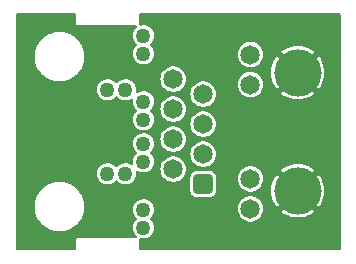
<source format=gbr>
G04 #@! TF.GenerationSoftware,KiCad,Pcbnew,8.0.6*
G04 #@! TF.CreationDate,2025-01-19T09:44:14-05:00*
G04 #@! TF.ProjectId,rj45brkout,726a3435-6272-46b6-9f75-742e6b696361,v1.0.0*
G04 #@! TF.SameCoordinates,Original*
G04 #@! TF.FileFunction,Copper,L3,Inr*
G04 #@! TF.FilePolarity,Positive*
%FSLAX46Y46*%
G04 Gerber Fmt 4.6, Leading zero omitted, Abs format (unit mm)*
G04 Created by KiCad (PCBNEW 8.0.6) date 2025-01-19 09:44:14*
%MOMM*%
%LPD*%
G01*
G04 APERTURE LIST*
G04 Aperture macros list*
%AMRoundRect*
0 Rectangle with rounded corners*
0 $1 Rounding radius*
0 $2 $3 $4 $5 $6 $7 $8 $9 X,Y pos of 4 corners*
0 Add a 4 corners polygon primitive as box body*
4,1,4,$2,$3,$4,$5,$6,$7,$8,$9,$2,$3,0*
0 Add four circle primitives for the rounded corners*
1,1,$1+$1,$2,$3*
1,1,$1+$1,$4,$5*
1,1,$1+$1,$6,$7*
1,1,$1+$1,$8,$9*
0 Add four rect primitives between the rounded corners*
20,1,$1+$1,$2,$3,$4,$5,0*
20,1,$1+$1,$4,$5,$6,$7,0*
20,1,$1+$1,$6,$7,$8,$9,0*
20,1,$1+$1,$8,$9,$2,$3,0*%
G04 Aperture macros list end*
G04 #@! TA.AperFunction,ComponentPad*
%ADD10RoundRect,0.250000X0.575500X-0.575500X0.575500X0.575500X-0.575500X0.575500X-0.575500X-0.575500X0*%
G04 #@! TD*
G04 #@! TA.AperFunction,ComponentPad*
%ADD11C,1.651000*%
G04 #@! TD*
G04 #@! TA.AperFunction,ComponentPad*
%ADD12C,4.000000*%
G04 #@! TD*
G04 #@! TA.AperFunction,ComponentPad*
%ADD13C,1.016000*%
G04 #@! TD*
G04 #@! TA.AperFunction,ComponentPad*
%ADD14C,1.270000*%
G04 #@! TD*
G04 APERTURE END LIST*
D10*
X144250000Y-106040000D03*
D11*
X141710000Y-104770000D03*
X144250000Y-103500000D03*
X141710000Y-102230000D03*
X144250000Y-100960000D03*
X141710000Y-99690000D03*
X144250000Y-98420000D03*
X141710000Y-97150000D03*
X148250000Y-95070000D03*
X148250000Y-97610000D03*
X148250000Y-105590000D03*
X148250000Y-108130000D03*
D12*
X152250000Y-106600000D03*
X152250000Y-96600000D03*
D13*
X129540000Y-101600000D03*
X134620000Y-101600000D03*
X134620000Y-99060000D03*
X134620000Y-104140000D03*
D14*
X136144000Y-98044000D03*
X137668000Y-98044000D03*
X139192000Y-99060000D03*
X139192000Y-100584000D03*
X139192000Y-102616000D03*
X139192000Y-104140000D03*
X137668000Y-105156000D03*
X136144000Y-105156000D03*
X139192000Y-109728000D03*
X139192000Y-108204000D03*
X139192000Y-94996000D03*
X139192000Y-93472000D03*
G04 #@! TA.AperFunction,Conductor*
G36*
X133418621Y-91587502D02*
G01*
X133465114Y-91641158D01*
X133476500Y-91693500D01*
X133476500Y-92481361D01*
X133495911Y-92528224D01*
X133531775Y-92564088D01*
X133531776Y-92564088D01*
X133531777Y-92564089D01*
X133578639Y-92583500D01*
X138514261Y-92583500D01*
X138582382Y-92603502D01*
X138628875Y-92657158D01*
X138638979Y-92727432D01*
X138609485Y-92792012D01*
X138598575Y-92803133D01*
X138593704Y-92807518D01*
X138468620Y-92946436D01*
X138375158Y-93108319D01*
X138375156Y-93108324D01*
X138317394Y-93286096D01*
X138297856Y-93472000D01*
X138317394Y-93657903D01*
X138375156Y-93835675D01*
X138375158Y-93835680D01*
X138468620Y-93997563D01*
X138468622Y-93997565D01*
X138560234Y-94099310D01*
X138593703Y-94136480D01*
X138598019Y-94140366D01*
X138635257Y-94200813D01*
X138633903Y-94271797D01*
X138598019Y-94327634D01*
X138593703Y-94331519D01*
X138468620Y-94470436D01*
X138375158Y-94632319D01*
X138375156Y-94632324D01*
X138317394Y-94810096D01*
X138297856Y-94996000D01*
X138317394Y-95181903D01*
X138375156Y-95359675D01*
X138375158Y-95359680D01*
X138468620Y-95521563D01*
X138468622Y-95521565D01*
X138593701Y-95660478D01*
X138744928Y-95770351D01*
X138915694Y-95846381D01*
X139098537Y-95885246D01*
X139098541Y-95885246D01*
X139285459Y-95885246D01*
X139285463Y-95885246D01*
X139468306Y-95846381D01*
X139639072Y-95770351D01*
X139790299Y-95660478D01*
X139915378Y-95521565D01*
X140008841Y-95359681D01*
X140066605Y-95181903D01*
X140078366Y-95070000D01*
X147165628Y-95070000D01*
X147184091Y-95269254D01*
X147238851Y-95461715D01*
X147238852Y-95461717D01*
X147238853Y-95461720D01*
X147307708Y-95600000D01*
X147328049Y-95640850D01*
X147448637Y-95800536D01*
X147596517Y-95935346D01*
X147596519Y-95935347D01*
X147596520Y-95935348D01*
X147766654Y-96040690D01*
X147953248Y-96112977D01*
X148149947Y-96149746D01*
X148149949Y-96149746D01*
X148350051Y-96149746D01*
X148350053Y-96149746D01*
X148546752Y-96112977D01*
X148733346Y-96040690D01*
X148903480Y-95935348D01*
X149051361Y-95800537D01*
X149171952Y-95640848D01*
X149261147Y-95461720D01*
X149315909Y-95269253D01*
X149334372Y-95070000D01*
X149315909Y-94870747D01*
X149261147Y-94678280D01*
X149171952Y-94499152D01*
X149150266Y-94470435D01*
X149051362Y-94339463D01*
X148903482Y-94204653D01*
X148733346Y-94099310D01*
X148733339Y-94099307D01*
X148546755Y-94027024D01*
X148546756Y-94027024D01*
X148546753Y-94027023D01*
X148546752Y-94027023D01*
X148350053Y-93990254D01*
X148149947Y-93990254D01*
X147953248Y-94027023D01*
X147953243Y-94027024D01*
X147766660Y-94099307D01*
X147766653Y-94099310D01*
X147596517Y-94204653D01*
X147448637Y-94339463D01*
X147328049Y-94499149D01*
X147238851Y-94678284D01*
X147184091Y-94870745D01*
X147165628Y-95070000D01*
X140078366Y-95070000D01*
X140086144Y-94996000D01*
X140066605Y-94810097D01*
X140023775Y-94678280D01*
X140008843Y-94632324D01*
X140008841Y-94632319D01*
X139915379Y-94470436D01*
X139790296Y-94331519D01*
X139785985Y-94327638D01*
X139748744Y-94267193D01*
X139750094Y-94196209D01*
X139785985Y-94140362D01*
X139790296Y-94136480D01*
X139790295Y-94136480D01*
X139790299Y-94136478D01*
X139915378Y-93997565D01*
X140008841Y-93835681D01*
X140066605Y-93657903D01*
X140086144Y-93472000D01*
X140066605Y-93286097D01*
X140058443Y-93260976D01*
X140008843Y-93108324D01*
X140008841Y-93108319D01*
X139915379Y-92946436D01*
X139905787Y-92935784D01*
X139790299Y-92807522D01*
X139639072Y-92697649D01*
X139468306Y-92621619D01*
X139285463Y-92582754D01*
X139098537Y-92582754D01*
X139035357Y-92596183D01*
X138963696Y-92611415D01*
X138892905Y-92606012D01*
X138836273Y-92563195D01*
X138811780Y-92496558D01*
X138811500Y-92488168D01*
X138811500Y-91693500D01*
X138831502Y-91625379D01*
X138885158Y-91578886D01*
X138937500Y-91567500D01*
X155746500Y-91567500D01*
X155814621Y-91587502D01*
X155861114Y-91641158D01*
X155872500Y-91693500D01*
X155872500Y-111506500D01*
X155852498Y-111574621D01*
X155798842Y-111621114D01*
X155746500Y-111632500D01*
X138937500Y-111632500D01*
X138869379Y-111612498D01*
X138822886Y-111558842D01*
X138811500Y-111506500D01*
X138811500Y-110711831D01*
X138831502Y-110643710D01*
X138885158Y-110597217D01*
X138955432Y-110587113D01*
X138963682Y-110588581D01*
X139098537Y-110617246D01*
X139098541Y-110617246D01*
X139285459Y-110617246D01*
X139285463Y-110617246D01*
X139468306Y-110578381D01*
X139639072Y-110502351D01*
X139790299Y-110392478D01*
X139915378Y-110253565D01*
X140008841Y-110091681D01*
X140066605Y-109913903D01*
X140086144Y-109728000D01*
X140066605Y-109542097D01*
X140008841Y-109364319D01*
X139915378Y-109202435D01*
X139790299Y-109063522D01*
X139790298Y-109063521D01*
X139790296Y-109063519D01*
X139785985Y-109059638D01*
X139748744Y-108999193D01*
X139750094Y-108928209D01*
X139785985Y-108872362D01*
X139790296Y-108868480D01*
X139790295Y-108868480D01*
X139790299Y-108868478D01*
X139915378Y-108729565D01*
X140008841Y-108567681D01*
X140066605Y-108389903D01*
X140086144Y-108204000D01*
X140078366Y-108130000D01*
X147165628Y-108130000D01*
X147184091Y-108329254D01*
X147238851Y-108521715D01*
X147238852Y-108521717D01*
X147238853Y-108521720D01*
X147320980Y-108686654D01*
X147328049Y-108700850D01*
X147448637Y-108860536D01*
X147596517Y-108995346D01*
X147596519Y-108995347D01*
X147596520Y-108995348D01*
X147766654Y-109100690D01*
X147953248Y-109172977D01*
X148149947Y-109209746D01*
X148149949Y-109209746D01*
X148350051Y-109209746D01*
X148350053Y-109209746D01*
X148546752Y-109172977D01*
X148733346Y-109100690D01*
X148903480Y-108995348D01*
X149051361Y-108860537D01*
X149052838Y-108858582D01*
X149091558Y-108807307D01*
X149171952Y-108700848D01*
X149261147Y-108521720D01*
X149315909Y-108329253D01*
X149334372Y-108130000D01*
X149315909Y-107930747D01*
X149261147Y-107738280D01*
X149171952Y-107559152D01*
X149171950Y-107559149D01*
X149051362Y-107399463D01*
X148903482Y-107264653D01*
X148733346Y-107159310D01*
X148733339Y-107159307D01*
X148546755Y-107087024D01*
X148546756Y-107087024D01*
X148546753Y-107087023D01*
X148546752Y-107087023D01*
X148350053Y-107050254D01*
X148149947Y-107050254D01*
X147953248Y-107087023D01*
X147953243Y-107087024D01*
X147766660Y-107159307D01*
X147766653Y-107159310D01*
X147596517Y-107264653D01*
X147448637Y-107399463D01*
X147328049Y-107559149D01*
X147238851Y-107738284D01*
X147184091Y-107930745D01*
X147165628Y-108130000D01*
X140078366Y-108130000D01*
X140066605Y-108018097D01*
X140038223Y-107930747D01*
X140008843Y-107840324D01*
X140008841Y-107840319D01*
X139915379Y-107678436D01*
X139844754Y-107600000D01*
X139790299Y-107539522D01*
X139639072Y-107429649D01*
X139468306Y-107353619D01*
X139285463Y-107314754D01*
X139098537Y-107314754D01*
X138952262Y-107345846D01*
X138915693Y-107353619D01*
X138744927Y-107429649D01*
X138593703Y-107539520D01*
X138468620Y-107678436D01*
X138375158Y-107840319D01*
X138375156Y-107840324D01*
X138317394Y-108018096D01*
X138297856Y-108204000D01*
X138317394Y-108389903D01*
X138375156Y-108567675D01*
X138375158Y-108567680D01*
X138468620Y-108729563D01*
X138593703Y-108868480D01*
X138598019Y-108872366D01*
X138635257Y-108932813D01*
X138633903Y-109003797D01*
X138598019Y-109059634D01*
X138593703Y-109063519D01*
X138468620Y-109202436D01*
X138375158Y-109364319D01*
X138375156Y-109364324D01*
X138317394Y-109542096D01*
X138297856Y-109728000D01*
X138317394Y-109913903D01*
X138375156Y-110091675D01*
X138375158Y-110091680D01*
X138468620Y-110253563D01*
X138593704Y-110392481D01*
X138598575Y-110396867D01*
X138635812Y-110457315D01*
X138634458Y-110528299D01*
X138594941Y-110587282D01*
X138529810Y-110615537D01*
X138514261Y-110616500D01*
X133578639Y-110616500D01*
X133531775Y-110635911D01*
X133495911Y-110671775D01*
X133476500Y-110718638D01*
X133476500Y-111506500D01*
X133456498Y-111574621D01*
X133402842Y-111621114D01*
X133350500Y-111632500D01*
X128523500Y-111632500D01*
X128455379Y-111612498D01*
X128408886Y-111558842D01*
X128397500Y-111506500D01*
X128397500Y-107812618D01*
X129984000Y-107812618D01*
X129984000Y-108087381D01*
X130019861Y-108359779D01*
X130019862Y-108359785D01*
X130019863Y-108359787D01*
X130090976Y-108625183D01*
X130196121Y-108879026D01*
X130196122Y-108879027D01*
X130196127Y-108879037D01*
X130333498Y-109116970D01*
X130333503Y-109116977D01*
X130500758Y-109334948D01*
X130500777Y-109334969D01*
X130695030Y-109529222D01*
X130695040Y-109529231D01*
X130695046Y-109529237D01*
X130913026Y-109696499D01*
X131150974Y-109833879D01*
X131404817Y-109939024D01*
X131670213Y-110010137D01*
X131670219Y-110010137D01*
X131670220Y-110010138D01*
X131701480Y-110014253D01*
X131942621Y-110046000D01*
X131942628Y-110046000D01*
X132217372Y-110046000D01*
X132217379Y-110046000D01*
X132489787Y-110010137D01*
X132755183Y-109939024D01*
X133009026Y-109833879D01*
X133246974Y-109696499D01*
X133464954Y-109529237D01*
X133659237Y-109334954D01*
X133826499Y-109116974D01*
X133963879Y-108879026D01*
X134069024Y-108625183D01*
X134140137Y-108359787D01*
X134176000Y-108087379D01*
X134176000Y-107812621D01*
X134140137Y-107540213D01*
X134069024Y-107274817D01*
X133963879Y-107020974D01*
X133826499Y-106783026D01*
X133734968Y-106663740D01*
X133659241Y-106565051D01*
X133659239Y-106565049D01*
X133659237Y-106565046D01*
X133659231Y-106565040D01*
X133659222Y-106565030D01*
X133464969Y-106370777D01*
X133464948Y-106370758D01*
X133246977Y-106203503D01*
X133246970Y-106203498D01*
X133009037Y-106066127D01*
X133009032Y-106066124D01*
X133009026Y-106066121D01*
X132755183Y-105960976D01*
X132489787Y-105889863D01*
X132489785Y-105889862D01*
X132489779Y-105889861D01*
X132217381Y-105854000D01*
X132217379Y-105854000D01*
X131942621Y-105854000D01*
X131942618Y-105854000D01*
X131670220Y-105889861D01*
X131670213Y-105889863D01*
X131404817Y-105960976D01*
X131273361Y-106015427D01*
X131150972Y-106066122D01*
X131150962Y-106066127D01*
X130913029Y-106203498D01*
X130913022Y-106203503D01*
X130695051Y-106370758D01*
X130695030Y-106370777D01*
X130500777Y-106565030D01*
X130500758Y-106565051D01*
X130333503Y-106783022D01*
X130333498Y-106783029D01*
X130196127Y-107020962D01*
X130196122Y-107020972D01*
X130196121Y-107020974D01*
X130128361Y-107184562D01*
X130090976Y-107274817D01*
X130090975Y-107274821D01*
X130019861Y-107540220D01*
X129984000Y-107812618D01*
X128397500Y-107812618D01*
X128397500Y-105156000D01*
X135249856Y-105156000D01*
X135269394Y-105341903D01*
X135327156Y-105519675D01*
X135327158Y-105519680D01*
X135420620Y-105681563D01*
X135420622Y-105681565D01*
X135545701Y-105820478D01*
X135696928Y-105930351D01*
X135867694Y-106006381D01*
X136050537Y-106045246D01*
X136050541Y-106045246D01*
X136237459Y-106045246D01*
X136237463Y-106045246D01*
X136420306Y-106006381D01*
X136591072Y-105930351D01*
X136742299Y-105820478D01*
X136812365Y-105742662D01*
X136872810Y-105705424D01*
X136943794Y-105706776D01*
X136999634Y-105742662D01*
X137069701Y-105820478D01*
X137220928Y-105930351D01*
X137391694Y-106006381D01*
X137574537Y-106045246D01*
X137574541Y-106045246D01*
X137761459Y-106045246D01*
X137761463Y-106045246D01*
X137944306Y-106006381D01*
X138115072Y-105930351D01*
X138266299Y-105820478D01*
X138391378Y-105681565D01*
X138484841Y-105519681D01*
X138542605Y-105341903D01*
X138562144Y-105156000D01*
X138549115Y-105032040D01*
X138561887Y-104962204D01*
X138610389Y-104910358D01*
X138679222Y-104892963D01*
X138738225Y-104912757D01*
X138739211Y-104911050D01*
X138744922Y-104914346D01*
X138744928Y-104914351D01*
X138915694Y-104990381D01*
X139098537Y-105029246D01*
X139098541Y-105029246D01*
X139285459Y-105029246D01*
X139285463Y-105029246D01*
X139468306Y-104990381D01*
X139639072Y-104914351D01*
X139790299Y-104804478D01*
X139821343Y-104770000D01*
X140625628Y-104770000D01*
X140644091Y-104969254D01*
X140698851Y-105161715D01*
X140698852Y-105161717D01*
X140698853Y-105161720D01*
X140730393Y-105225061D01*
X140788049Y-105340850D01*
X140908637Y-105500536D01*
X141056517Y-105635346D01*
X141056519Y-105635347D01*
X141056520Y-105635348D01*
X141226654Y-105740690D01*
X141413248Y-105812977D01*
X141609947Y-105849746D01*
X141609949Y-105849746D01*
X141810051Y-105849746D01*
X141810053Y-105849746D01*
X142006752Y-105812977D01*
X142193346Y-105740690D01*
X142363480Y-105635348D01*
X142511361Y-105500537D01*
X142533885Y-105470711D01*
X142574995Y-105416272D01*
X142575005Y-105416259D01*
X143170254Y-105416259D01*
X143170254Y-106663740D01*
X143176709Y-106723781D01*
X143176710Y-106723786D01*
X143176711Y-106723787D01*
X143227383Y-106859644D01*
X143227384Y-106859645D01*
X143227385Y-106859648D01*
X143314277Y-106975722D01*
X143430351Y-107062614D01*
X143430352Y-107062614D01*
X143430356Y-107062617D01*
X143566213Y-107113289D01*
X143566216Y-107113289D01*
X143566218Y-107113290D01*
X143626259Y-107119745D01*
X143626267Y-107119745D01*
X143626272Y-107119746D01*
X143626276Y-107119746D01*
X144873724Y-107119746D01*
X144873728Y-107119746D01*
X144873733Y-107119745D01*
X144873740Y-107119745D01*
X144933781Y-107113290D01*
X144933782Y-107113289D01*
X144933787Y-107113289D01*
X145069644Y-107062617D01*
X145185722Y-106975722D01*
X145272617Y-106859644D01*
X145323289Y-106723787D01*
X145329746Y-106663728D01*
X145329746Y-105590000D01*
X147165628Y-105590000D01*
X147184091Y-105789254D01*
X147238851Y-105981715D01*
X147238852Y-105981717D01*
X147238853Y-105981720D01*
X147251133Y-106006381D01*
X147328049Y-106160850D01*
X147448637Y-106320536D01*
X147596517Y-106455346D01*
X147596519Y-106455347D01*
X147596520Y-106455348D01*
X147766654Y-106560690D01*
X147953248Y-106632977D01*
X148149947Y-106669746D01*
X148149949Y-106669746D01*
X148350051Y-106669746D01*
X148350053Y-106669746D01*
X148546752Y-106632977D01*
X148631886Y-106599996D01*
X149991418Y-106599996D01*
X149991418Y-106600003D01*
X150010739Y-106894800D01*
X150010741Y-106894814D01*
X150068377Y-107184562D01*
X150068379Y-107184572D01*
X150163339Y-107464314D01*
X150163345Y-107464328D01*
X150294009Y-107729288D01*
X150458140Y-107974930D01*
X150485107Y-108005681D01*
X150485108Y-108005681D01*
X151385160Y-107105629D01*
X151473249Y-107237463D01*
X151612537Y-107376751D01*
X151744369Y-107464838D01*
X150844317Y-108364890D01*
X150844317Y-108364891D01*
X150875069Y-108391859D01*
X151120711Y-108555990D01*
X151385671Y-108686654D01*
X151385685Y-108686660D01*
X151665427Y-108781620D01*
X151665437Y-108781622D01*
X151955185Y-108839258D01*
X151955199Y-108839260D01*
X152249997Y-108858582D01*
X152250003Y-108858582D01*
X152544800Y-108839260D01*
X152544814Y-108839258D01*
X152834562Y-108781622D01*
X152834572Y-108781620D01*
X153114314Y-108686660D01*
X153114328Y-108686654D01*
X153379288Y-108555990D01*
X153624933Y-108391857D01*
X153624944Y-108391848D01*
X153655681Y-108364892D01*
X153655681Y-108364890D01*
X152755630Y-107464839D01*
X152887463Y-107376751D01*
X153026751Y-107237463D01*
X153114839Y-107105630D01*
X154014890Y-108005681D01*
X154014892Y-108005681D01*
X154041848Y-107974944D01*
X154041857Y-107974933D01*
X154205990Y-107729288D01*
X154336654Y-107464328D01*
X154336660Y-107464314D01*
X154431620Y-107184572D01*
X154431622Y-107184562D01*
X154489258Y-106894814D01*
X154489260Y-106894800D01*
X154508582Y-106600003D01*
X154508582Y-106599996D01*
X154489260Y-106305199D01*
X154489258Y-106305185D01*
X154431622Y-106015437D01*
X154431620Y-106015427D01*
X154336660Y-105735685D01*
X154336654Y-105735671D01*
X154205990Y-105470711D01*
X154041859Y-105225069D01*
X154014891Y-105194317D01*
X154014890Y-105194317D01*
X153114838Y-106094369D01*
X153026751Y-105962537D01*
X152887463Y-105823249D01*
X152755629Y-105735160D01*
X153655681Y-104835108D01*
X153655681Y-104835107D01*
X153624930Y-104808140D01*
X153379288Y-104644009D01*
X153114328Y-104513345D01*
X153114314Y-104513339D01*
X152834572Y-104418379D01*
X152834562Y-104418377D01*
X152544814Y-104360741D01*
X152544800Y-104360739D01*
X152250003Y-104341418D01*
X152249997Y-104341418D01*
X151955199Y-104360739D01*
X151955185Y-104360741D01*
X151665437Y-104418377D01*
X151665427Y-104418379D01*
X151385685Y-104513339D01*
X151385671Y-104513345D01*
X151120711Y-104644008D01*
X150875061Y-104808146D01*
X150844316Y-104835107D01*
X151744369Y-105735160D01*
X151612537Y-105823249D01*
X151473249Y-105962537D01*
X151385160Y-106094369D01*
X150485107Y-105194316D01*
X150458146Y-105225061D01*
X150294008Y-105470711D01*
X150163345Y-105735671D01*
X150163339Y-105735685D01*
X150068379Y-106015427D01*
X150068377Y-106015437D01*
X150010741Y-106305185D01*
X150010739Y-106305199D01*
X149991418Y-106599996D01*
X148631886Y-106599996D01*
X148733346Y-106560690D01*
X148903480Y-106455348D01*
X149051361Y-106320537D01*
X149171952Y-106160848D01*
X149261147Y-105981720D01*
X149315909Y-105789253D01*
X149334372Y-105590000D01*
X149315909Y-105390747D01*
X149261147Y-105198280D01*
X149171952Y-105019152D01*
X149170616Y-105017383D01*
X149051362Y-104859463D01*
X148903482Y-104724653D01*
X148733346Y-104619310D01*
X148733339Y-104619307D01*
X148546755Y-104547024D01*
X148546756Y-104547024D01*
X148546753Y-104547023D01*
X148546752Y-104547023D01*
X148350053Y-104510254D01*
X148149947Y-104510254D01*
X147953248Y-104547023D01*
X147953243Y-104547024D01*
X147766660Y-104619307D01*
X147766653Y-104619310D01*
X147596517Y-104724653D01*
X147448637Y-104859463D01*
X147328049Y-105019149D01*
X147238851Y-105198284D01*
X147184091Y-105390745D01*
X147165628Y-105590000D01*
X145329746Y-105590000D01*
X145329746Y-105416272D01*
X145323289Y-105356213D01*
X145272617Y-105220356D01*
X145272614Y-105220352D01*
X145272614Y-105220351D01*
X145185722Y-105104277D01*
X145069648Y-105017385D01*
X145069645Y-105017384D01*
X145069644Y-105017383D01*
X144933787Y-104966711D01*
X144933786Y-104966710D01*
X144933781Y-104966709D01*
X144873740Y-104960254D01*
X144873728Y-104960254D01*
X143626272Y-104960254D01*
X143626259Y-104960254D01*
X143566218Y-104966709D01*
X143430351Y-105017385D01*
X143314277Y-105104277D01*
X143227385Y-105220351D01*
X143176709Y-105356218D01*
X143170254Y-105416259D01*
X142575005Y-105416259D01*
X142631952Y-105340848D01*
X142721147Y-105161720D01*
X142775909Y-104969253D01*
X142794372Y-104770000D01*
X142775909Y-104570747D01*
X142721147Y-104378280D01*
X142631952Y-104199152D01*
X142587283Y-104140000D01*
X142511362Y-104039463D01*
X142363482Y-103904653D01*
X142193346Y-103799310D01*
X142193339Y-103799307D01*
X142006755Y-103727024D01*
X142006756Y-103727024D01*
X142006753Y-103727023D01*
X142006752Y-103727023D01*
X141810053Y-103690254D01*
X141609947Y-103690254D01*
X141413248Y-103727023D01*
X141413243Y-103727024D01*
X141226660Y-103799307D01*
X141226653Y-103799310D01*
X141056517Y-103904653D01*
X140908637Y-104039463D01*
X140788049Y-104199149D01*
X140698851Y-104378284D01*
X140644091Y-104570745D01*
X140625628Y-104770000D01*
X139821343Y-104770000D01*
X139915378Y-104665565D01*
X140008841Y-104503681D01*
X140066605Y-104325903D01*
X140086144Y-104140000D01*
X140066605Y-103954097D01*
X140050540Y-103904653D01*
X140008843Y-103776324D01*
X140008841Y-103776319D01*
X139915379Y-103614436D01*
X139812339Y-103500000D01*
X143165628Y-103500000D01*
X143184091Y-103699254D01*
X143238851Y-103891715D01*
X143238852Y-103891717D01*
X143238853Y-103891720D01*
X143245293Y-103904653D01*
X143328049Y-104070850D01*
X143448637Y-104230536D01*
X143596517Y-104365346D01*
X143596519Y-104365347D01*
X143596520Y-104365348D01*
X143766654Y-104470690D01*
X143953248Y-104542977D01*
X144149947Y-104579746D01*
X144149949Y-104579746D01*
X144350051Y-104579746D01*
X144350053Y-104579746D01*
X144546752Y-104542977D01*
X144733346Y-104470690D01*
X144903480Y-104365348D01*
X145051361Y-104230537D01*
X145171952Y-104070848D01*
X145261147Y-103891720D01*
X145315909Y-103699253D01*
X145334372Y-103500000D01*
X145315909Y-103300747D01*
X145261147Y-103108280D01*
X145171952Y-102929152D01*
X145171950Y-102929149D01*
X145051362Y-102769463D01*
X144903482Y-102634653D01*
X144733346Y-102529310D01*
X144733339Y-102529307D01*
X144546755Y-102457024D01*
X144546756Y-102457024D01*
X144546753Y-102457023D01*
X144546752Y-102457023D01*
X144350053Y-102420254D01*
X144149947Y-102420254D01*
X143953248Y-102457023D01*
X143953243Y-102457024D01*
X143766660Y-102529307D01*
X143766653Y-102529310D01*
X143596517Y-102634653D01*
X143448637Y-102769463D01*
X143328049Y-102929149D01*
X143238851Y-103108284D01*
X143184091Y-103300745D01*
X143165628Y-103500000D01*
X139812339Y-103500000D01*
X139790296Y-103475519D01*
X139785985Y-103471638D01*
X139748744Y-103411193D01*
X139750094Y-103340209D01*
X139785985Y-103284362D01*
X139790296Y-103280480D01*
X139790295Y-103280480D01*
X139790299Y-103280478D01*
X139915378Y-103141565D01*
X140008841Y-102979681D01*
X140066605Y-102801903D01*
X140086144Y-102616000D01*
X140066605Y-102430097D01*
X140008841Y-102252319D01*
X139995955Y-102230000D01*
X140625628Y-102230000D01*
X140644091Y-102429254D01*
X140698851Y-102621715D01*
X140698852Y-102621717D01*
X140698853Y-102621720D01*
X140705293Y-102634653D01*
X140788049Y-102800850D01*
X140908637Y-102960536D01*
X141056517Y-103095346D01*
X141056519Y-103095347D01*
X141056520Y-103095348D01*
X141226654Y-103200690D01*
X141413248Y-103272977D01*
X141609947Y-103309746D01*
X141609949Y-103309746D01*
X141810051Y-103309746D01*
X141810053Y-103309746D01*
X142006752Y-103272977D01*
X142193346Y-103200690D01*
X142363480Y-103095348D01*
X142511361Y-102960537D01*
X142631952Y-102800848D01*
X142721147Y-102621720D01*
X142775909Y-102429253D01*
X142794372Y-102230000D01*
X142775909Y-102030747D01*
X142721147Y-101838280D01*
X142631952Y-101659152D01*
X142631950Y-101659149D01*
X142511362Y-101499463D01*
X142363482Y-101364653D01*
X142193346Y-101259310D01*
X142193339Y-101259307D01*
X142006755Y-101187024D01*
X142006756Y-101187024D01*
X142006753Y-101187023D01*
X142006752Y-101187023D01*
X141810053Y-101150254D01*
X141609947Y-101150254D01*
X141413248Y-101187023D01*
X141413243Y-101187024D01*
X141226660Y-101259307D01*
X141226653Y-101259310D01*
X141056517Y-101364653D01*
X140908637Y-101499463D01*
X140788049Y-101659149D01*
X140698851Y-101838284D01*
X140644091Y-102030745D01*
X140625628Y-102230000D01*
X139995955Y-102230000D01*
X139915378Y-102090435D01*
X139790299Y-101951522D01*
X139639072Y-101841649D01*
X139468306Y-101765619D01*
X139285463Y-101726754D01*
X139098537Y-101726754D01*
X138952262Y-101757846D01*
X138915693Y-101765619D01*
X138744927Y-101841649D01*
X138593703Y-101951520D01*
X138468620Y-102090436D01*
X138375158Y-102252319D01*
X138375156Y-102252324D01*
X138317394Y-102430096D01*
X138297856Y-102616000D01*
X138317394Y-102801903D01*
X138375156Y-102979675D01*
X138375158Y-102979680D01*
X138468620Y-103141563D01*
X138593703Y-103280480D01*
X138598019Y-103284366D01*
X138635257Y-103344813D01*
X138633903Y-103415797D01*
X138598019Y-103471634D01*
X138593703Y-103475519D01*
X138468620Y-103614436D01*
X138375158Y-103776319D01*
X138375156Y-103776324D01*
X138317394Y-103954096D01*
X138297856Y-104140000D01*
X138310884Y-104263957D01*
X138298112Y-104333795D01*
X138249609Y-104385642D01*
X138180776Y-104403036D01*
X138121775Y-104383241D01*
X138120789Y-104384950D01*
X138115073Y-104381650D01*
X138115072Y-104381649D01*
X137944306Y-104305619D01*
X137761463Y-104266754D01*
X137574537Y-104266754D01*
X137428262Y-104297846D01*
X137391693Y-104305619D01*
X137220927Y-104381649D01*
X137069703Y-104491520D01*
X137069702Y-104491520D01*
X136999635Y-104569337D01*
X136939189Y-104606575D01*
X136868205Y-104605223D01*
X136812365Y-104569337D01*
X136761943Y-104513339D01*
X136742299Y-104491522D01*
X136742298Y-104491521D01*
X136742297Y-104491520D01*
X136591072Y-104381649D01*
X136420306Y-104305619D01*
X136237463Y-104266754D01*
X136050537Y-104266754D01*
X135904262Y-104297846D01*
X135867693Y-104305619D01*
X135696927Y-104381649D01*
X135545703Y-104491520D01*
X135420620Y-104630436D01*
X135327158Y-104792319D01*
X135327156Y-104792324D01*
X135269394Y-104970096D01*
X135249856Y-105156000D01*
X128397500Y-105156000D01*
X128397500Y-98044000D01*
X135249856Y-98044000D01*
X135269394Y-98229903D01*
X135327156Y-98407675D01*
X135327158Y-98407680D01*
X135420620Y-98569563D01*
X135420622Y-98569565D01*
X135545701Y-98708478D01*
X135696928Y-98818351D01*
X135867694Y-98894381D01*
X136050537Y-98933246D01*
X136050541Y-98933246D01*
X136237459Y-98933246D01*
X136237463Y-98933246D01*
X136420306Y-98894381D01*
X136591072Y-98818351D01*
X136742299Y-98708478D01*
X136812365Y-98630662D01*
X136872810Y-98593424D01*
X136943794Y-98594776D01*
X136999634Y-98630662D01*
X137069701Y-98708478D01*
X137220928Y-98818351D01*
X137391694Y-98894381D01*
X137574537Y-98933246D01*
X137574541Y-98933246D01*
X137761459Y-98933246D01*
X137761463Y-98933246D01*
X137944306Y-98894381D01*
X138115072Y-98818351D01*
X138115081Y-98818344D01*
X138120789Y-98815050D01*
X138122024Y-98817190D01*
X138178354Y-98797079D01*
X138247509Y-98813145D01*
X138297000Y-98864048D01*
X138311114Y-98933628D01*
X138310884Y-98936042D01*
X138297856Y-99059999D01*
X138317394Y-99245903D01*
X138375156Y-99423675D01*
X138375158Y-99423680D01*
X138468620Y-99585563D01*
X138593703Y-99724480D01*
X138598019Y-99728366D01*
X138635257Y-99788813D01*
X138633903Y-99859797D01*
X138598019Y-99915634D01*
X138593703Y-99919519D01*
X138468620Y-100058436D01*
X138375158Y-100220319D01*
X138375156Y-100220324D01*
X138317394Y-100398096D01*
X138297856Y-100584000D01*
X138317394Y-100769903D01*
X138375156Y-100947675D01*
X138375158Y-100947680D01*
X138468620Y-101109563D01*
X138468622Y-101109565D01*
X138593701Y-101248478D01*
X138744928Y-101358351D01*
X138915694Y-101434381D01*
X139098537Y-101473246D01*
X139098541Y-101473246D01*
X139285459Y-101473246D01*
X139285463Y-101473246D01*
X139468306Y-101434381D01*
X139639072Y-101358351D01*
X139790299Y-101248478D01*
X139915378Y-101109565D01*
X140001729Y-100960000D01*
X143165628Y-100960000D01*
X143184091Y-101159254D01*
X143238851Y-101351715D01*
X143238852Y-101351717D01*
X143238853Y-101351720D01*
X143245293Y-101364653D01*
X143328049Y-101530850D01*
X143448637Y-101690536D01*
X143596517Y-101825346D01*
X143596519Y-101825347D01*
X143596520Y-101825348D01*
X143766654Y-101930690D01*
X143953248Y-102002977D01*
X144149947Y-102039746D01*
X144149949Y-102039746D01*
X144350051Y-102039746D01*
X144350053Y-102039746D01*
X144546752Y-102002977D01*
X144733346Y-101930690D01*
X144903480Y-101825348D01*
X145051361Y-101690537D01*
X145171952Y-101530848D01*
X145261147Y-101351720D01*
X145315909Y-101159253D01*
X145334372Y-100960000D01*
X145315909Y-100760747D01*
X145261147Y-100568280D01*
X145171952Y-100389152D01*
X145171950Y-100389149D01*
X145051362Y-100229463D01*
X144903482Y-100094653D01*
X144733346Y-99989310D01*
X144733339Y-99989307D01*
X144546755Y-99917024D01*
X144546756Y-99917024D01*
X144546753Y-99917023D01*
X144546752Y-99917023D01*
X144350053Y-99880254D01*
X144149947Y-99880254D01*
X143953248Y-99917023D01*
X143953243Y-99917024D01*
X143766660Y-99989307D01*
X143766653Y-99989310D01*
X143596517Y-100094653D01*
X143448637Y-100229463D01*
X143328049Y-100389149D01*
X143238851Y-100568284D01*
X143184091Y-100760745D01*
X143165628Y-100960000D01*
X140001729Y-100960000D01*
X140008841Y-100947681D01*
X140066605Y-100769903D01*
X140086144Y-100584000D01*
X140066605Y-100398097D01*
X140063698Y-100389149D01*
X140008843Y-100220324D01*
X140008841Y-100220319D01*
X139915379Y-100058436D01*
X139790296Y-99919519D01*
X139785985Y-99915638D01*
X139748744Y-99855193D01*
X139750094Y-99784209D01*
X139785985Y-99728362D01*
X139790296Y-99724480D01*
X139790295Y-99724480D01*
X139790299Y-99724478D01*
X139821343Y-99690000D01*
X140625628Y-99690000D01*
X140644091Y-99889254D01*
X140698851Y-100081715D01*
X140698852Y-100081717D01*
X140698853Y-100081720D01*
X140772420Y-100229463D01*
X140788049Y-100260850D01*
X140908637Y-100420536D01*
X141056517Y-100555346D01*
X141056519Y-100555347D01*
X141056520Y-100555348D01*
X141226654Y-100660690D01*
X141413248Y-100732977D01*
X141609947Y-100769746D01*
X141609949Y-100769746D01*
X141810051Y-100769746D01*
X141810053Y-100769746D01*
X142006752Y-100732977D01*
X142193346Y-100660690D01*
X142363480Y-100555348D01*
X142511361Y-100420537D01*
X142631952Y-100260848D01*
X142721147Y-100081720D01*
X142775909Y-99889253D01*
X142794372Y-99690000D01*
X142775909Y-99490747D01*
X142721147Y-99298280D01*
X142631952Y-99119152D01*
X142587282Y-99059999D01*
X142511362Y-98959463D01*
X142363482Y-98824653D01*
X142193346Y-98719310D01*
X142193339Y-98719307D01*
X142006755Y-98647024D01*
X142006756Y-98647024D01*
X142006753Y-98647023D01*
X142006752Y-98647023D01*
X141810053Y-98610254D01*
X141609947Y-98610254D01*
X141413248Y-98647023D01*
X141413243Y-98647024D01*
X141226660Y-98719307D01*
X141226653Y-98719310D01*
X141056517Y-98824653D01*
X140908637Y-98959463D01*
X140788049Y-99119149D01*
X140698851Y-99298284D01*
X140644091Y-99490745D01*
X140625628Y-99690000D01*
X139821343Y-99690000D01*
X139915378Y-99585565D01*
X140008841Y-99423681D01*
X140066605Y-99245903D01*
X140086144Y-99060000D01*
X140066605Y-98874097D01*
X140050540Y-98824653D01*
X140008843Y-98696324D01*
X140008841Y-98696319D01*
X139915379Y-98534436D01*
X139862175Y-98475348D01*
X139812339Y-98420000D01*
X143165628Y-98420000D01*
X143184091Y-98619254D01*
X143238851Y-98811715D01*
X143238852Y-98811717D01*
X143238853Y-98811720D01*
X143269913Y-98874096D01*
X143328049Y-98990850D01*
X143448637Y-99150536D01*
X143596517Y-99285346D01*
X143596519Y-99285347D01*
X143596520Y-99285348D01*
X143766654Y-99390690D01*
X143953248Y-99462977D01*
X144149947Y-99499746D01*
X144149949Y-99499746D01*
X144350051Y-99499746D01*
X144350053Y-99499746D01*
X144546752Y-99462977D01*
X144733346Y-99390690D01*
X144903480Y-99285348D01*
X145051361Y-99150537D01*
X145171952Y-98990848D01*
X145261147Y-98811720D01*
X145315909Y-98619253D01*
X145334372Y-98420000D01*
X145315909Y-98220747D01*
X145261147Y-98028280D01*
X145171952Y-97849152D01*
X145141822Y-97809253D01*
X145051362Y-97689463D01*
X144964195Y-97610000D01*
X147165628Y-97610000D01*
X147184091Y-97809254D01*
X147238851Y-98001715D01*
X147238852Y-98001717D01*
X147238853Y-98001720D01*
X147298093Y-98120690D01*
X147328049Y-98180850D01*
X147448637Y-98340536D01*
X147596517Y-98475346D01*
X147596519Y-98475347D01*
X147596520Y-98475348D01*
X147766654Y-98580690D01*
X147953248Y-98652977D01*
X148149947Y-98689746D01*
X148149949Y-98689746D01*
X148350051Y-98689746D01*
X148350053Y-98689746D01*
X148546752Y-98652977D01*
X148733346Y-98580690D01*
X148903480Y-98475348D01*
X149051361Y-98340537D01*
X149076744Y-98306925D01*
X149127373Y-98239880D01*
X149171952Y-98180848D01*
X149261147Y-98001720D01*
X149315909Y-97809253D01*
X149334372Y-97610000D01*
X149315909Y-97410747D01*
X149261147Y-97218280D01*
X149171952Y-97039152D01*
X149139744Y-96996501D01*
X149051362Y-96879463D01*
X148903482Y-96744653D01*
X148733346Y-96639310D01*
X148733339Y-96639307D01*
X148631866Y-96599996D01*
X149991418Y-96599996D01*
X149991418Y-96600003D01*
X150010739Y-96894800D01*
X150010741Y-96894814D01*
X150068377Y-97184562D01*
X150068379Y-97184572D01*
X150163339Y-97464314D01*
X150163345Y-97464328D01*
X150294009Y-97729288D01*
X150458140Y-97974930D01*
X150485107Y-98005681D01*
X150485108Y-98005681D01*
X151385160Y-97105629D01*
X151473249Y-97237463D01*
X151612537Y-97376751D01*
X151744369Y-97464838D01*
X150844317Y-98364890D01*
X150844317Y-98364891D01*
X150875069Y-98391859D01*
X151120711Y-98555990D01*
X151385671Y-98686654D01*
X151385685Y-98686660D01*
X151665427Y-98781620D01*
X151665437Y-98781622D01*
X151955185Y-98839258D01*
X151955199Y-98839260D01*
X152249997Y-98858582D01*
X152250003Y-98858582D01*
X152544800Y-98839260D01*
X152544814Y-98839258D01*
X152834562Y-98781622D01*
X152834572Y-98781620D01*
X153114314Y-98686660D01*
X153114328Y-98686654D01*
X153379288Y-98555990D01*
X153624933Y-98391857D01*
X153624944Y-98391848D01*
X153655681Y-98364892D01*
X153655681Y-98364890D01*
X152755630Y-97464839D01*
X152887463Y-97376751D01*
X153026751Y-97237463D01*
X153114839Y-97105630D01*
X154014890Y-98005681D01*
X154014892Y-98005681D01*
X154041848Y-97974944D01*
X154041857Y-97974933D01*
X154205990Y-97729288D01*
X154336654Y-97464328D01*
X154336660Y-97464314D01*
X154431620Y-97184572D01*
X154431622Y-97184562D01*
X154489258Y-96894814D01*
X154489260Y-96894800D01*
X154508582Y-96600003D01*
X154508582Y-96599996D01*
X154489260Y-96305199D01*
X154489258Y-96305185D01*
X154431622Y-96015437D01*
X154431620Y-96015427D01*
X154336660Y-95735685D01*
X154336654Y-95735671D01*
X154205990Y-95470711D01*
X154041859Y-95225069D01*
X154014891Y-95194317D01*
X154014890Y-95194317D01*
X153114838Y-96094369D01*
X153026751Y-95962537D01*
X152887463Y-95823249D01*
X152755629Y-95735160D01*
X153655681Y-94835108D01*
X153655681Y-94835107D01*
X153624930Y-94808140D01*
X153379288Y-94644009D01*
X153114328Y-94513345D01*
X153114314Y-94513339D01*
X152834572Y-94418379D01*
X152834562Y-94418377D01*
X152544814Y-94360741D01*
X152544800Y-94360739D01*
X152250003Y-94341418D01*
X152249997Y-94341418D01*
X151955199Y-94360739D01*
X151955185Y-94360741D01*
X151665437Y-94418377D01*
X151665427Y-94418379D01*
X151385685Y-94513339D01*
X151385671Y-94513345D01*
X151120711Y-94644008D01*
X150875061Y-94808146D01*
X150844316Y-94835107D01*
X151744369Y-95735160D01*
X151612537Y-95823249D01*
X151473249Y-95962537D01*
X151385160Y-96094369D01*
X150485107Y-95194316D01*
X150458146Y-95225061D01*
X150294008Y-95470711D01*
X150163345Y-95735671D01*
X150163339Y-95735685D01*
X150068379Y-96015427D01*
X150068377Y-96015437D01*
X150010741Y-96305185D01*
X150010739Y-96305199D01*
X149991418Y-96599996D01*
X148631866Y-96599996D01*
X148546755Y-96567024D01*
X148546756Y-96567024D01*
X148546753Y-96567023D01*
X148546752Y-96567023D01*
X148350053Y-96530254D01*
X148149947Y-96530254D01*
X147953248Y-96567023D01*
X147953243Y-96567024D01*
X147766660Y-96639307D01*
X147766653Y-96639310D01*
X147596517Y-96744653D01*
X147448637Y-96879463D01*
X147328049Y-97039149D01*
X147238851Y-97218284D01*
X147184091Y-97410745D01*
X147165628Y-97610000D01*
X144964195Y-97610000D01*
X144903482Y-97554653D01*
X144733346Y-97449310D01*
X144733339Y-97449307D01*
X144546755Y-97377024D01*
X144546756Y-97377024D01*
X144546753Y-97377023D01*
X144546752Y-97377023D01*
X144350053Y-97340254D01*
X144149947Y-97340254D01*
X143954703Y-97376751D01*
X143953243Y-97377024D01*
X143766660Y-97449307D01*
X143766653Y-97449310D01*
X143596517Y-97554653D01*
X143448637Y-97689463D01*
X143328049Y-97849149D01*
X143238851Y-98028284D01*
X143184091Y-98220745D01*
X143165628Y-98420000D01*
X139812339Y-98420000D01*
X139790299Y-98395522D01*
X139639072Y-98285649D01*
X139468306Y-98209619D01*
X139285463Y-98170754D01*
X139098537Y-98170754D01*
X138952262Y-98201846D01*
X138915693Y-98209619D01*
X138744926Y-98285650D01*
X138739211Y-98288950D01*
X138737982Y-98286821D01*
X138681565Y-98306925D01*
X138612420Y-98290815D01*
X138562962Y-98239880D01*
X138548892Y-98170291D01*
X138549106Y-98168042D01*
X138562144Y-98044000D01*
X138542605Y-97858097D01*
X138500752Y-97729288D01*
X138484843Y-97680324D01*
X138484841Y-97680319D01*
X138391379Y-97518436D01*
X138342659Y-97464328D01*
X138266299Y-97379522D01*
X138115072Y-97269649D01*
X137944306Y-97193619D01*
X137761463Y-97154754D01*
X137574537Y-97154754D01*
X137434303Y-97184562D01*
X137391693Y-97193619D01*
X137220927Y-97269649D01*
X137069703Y-97379520D01*
X137069702Y-97379520D01*
X136999635Y-97457337D01*
X136939189Y-97494575D01*
X136868205Y-97493223D01*
X136812365Y-97457337D01*
X136742297Y-97379520D01*
X136591072Y-97269649D01*
X136420306Y-97193619D01*
X136237463Y-97154754D01*
X136050537Y-97154754D01*
X135910303Y-97184562D01*
X135867693Y-97193619D01*
X135696927Y-97269649D01*
X135545703Y-97379520D01*
X135420620Y-97518436D01*
X135327158Y-97680319D01*
X135327156Y-97680324D01*
X135269394Y-97858096D01*
X135249856Y-98044000D01*
X128397500Y-98044000D01*
X128397500Y-95112618D01*
X129984000Y-95112618D01*
X129984000Y-95387381D01*
X130019861Y-95659779D01*
X130019862Y-95659785D01*
X130019863Y-95659787D01*
X130090976Y-95925183D01*
X130196121Y-96179026D01*
X130196122Y-96179027D01*
X130196127Y-96179037D01*
X130333498Y-96416970D01*
X130333503Y-96416977D01*
X130500758Y-96634948D01*
X130500777Y-96634969D01*
X130695030Y-96829222D01*
X130695040Y-96829231D01*
X130695046Y-96829237D01*
X130695049Y-96829239D01*
X130695051Y-96829241D01*
X130913022Y-96996496D01*
X130913029Y-96996501D01*
X130986903Y-97039152D01*
X131150974Y-97133879D01*
X131404817Y-97239024D01*
X131670213Y-97310137D01*
X131670219Y-97310137D01*
X131670220Y-97310138D01*
X131701480Y-97314253D01*
X131942621Y-97346000D01*
X131942628Y-97346000D01*
X132217372Y-97346000D01*
X132217379Y-97346000D01*
X132489787Y-97310137D01*
X132755183Y-97239024D01*
X132970106Y-97150000D01*
X140625628Y-97150000D01*
X140644091Y-97349254D01*
X140698851Y-97541715D01*
X140698852Y-97541717D01*
X140698853Y-97541720D01*
X140772420Y-97689463D01*
X140788049Y-97720850D01*
X140908637Y-97880536D01*
X141056517Y-98015346D01*
X141056519Y-98015347D01*
X141056520Y-98015348D01*
X141226654Y-98120690D01*
X141413248Y-98192977D01*
X141609947Y-98229746D01*
X141609949Y-98229746D01*
X141810051Y-98229746D01*
X141810053Y-98229746D01*
X142006752Y-98192977D01*
X142193346Y-98120690D01*
X142363480Y-98015348D01*
X142511361Y-97880537D01*
X142631952Y-97720848D01*
X142721147Y-97541720D01*
X142775909Y-97349253D01*
X142794372Y-97150000D01*
X142775909Y-96950747D01*
X142721147Y-96758280D01*
X142631952Y-96579152D01*
X142631950Y-96579149D01*
X142511362Y-96419463D01*
X142363482Y-96284653D01*
X142193346Y-96179310D01*
X142193339Y-96179307D01*
X142006755Y-96107024D01*
X142006756Y-96107024D01*
X142006753Y-96107023D01*
X142006752Y-96107023D01*
X141810053Y-96070254D01*
X141609947Y-96070254D01*
X141413248Y-96107023D01*
X141413243Y-96107024D01*
X141226660Y-96179307D01*
X141226653Y-96179310D01*
X141056517Y-96284653D01*
X140908637Y-96419463D01*
X140788049Y-96579149D01*
X140698851Y-96758284D01*
X140644091Y-96950745D01*
X140625628Y-97150000D01*
X132970106Y-97150000D01*
X133009026Y-97133879D01*
X133246974Y-96996499D01*
X133464954Y-96829237D01*
X133659237Y-96634954D01*
X133826499Y-96416974D01*
X133963879Y-96179026D01*
X134069024Y-95925183D01*
X134140137Y-95659787D01*
X134176000Y-95387379D01*
X134176000Y-95112621D01*
X134140137Y-94840213D01*
X134069024Y-94574817D01*
X133963879Y-94320974D01*
X133891846Y-94196209D01*
X133826501Y-94083029D01*
X133826496Y-94083022D01*
X133659241Y-93865051D01*
X133659239Y-93865049D01*
X133659237Y-93865046D01*
X133659231Y-93865040D01*
X133659222Y-93865030D01*
X133464969Y-93670777D01*
X133464948Y-93670758D01*
X133246977Y-93503503D01*
X133246970Y-93503498D01*
X133009037Y-93366127D01*
X133009032Y-93366124D01*
X133009026Y-93366121D01*
X132755183Y-93260976D01*
X132489787Y-93189863D01*
X132489785Y-93189862D01*
X132489779Y-93189861D01*
X132217381Y-93154000D01*
X132217379Y-93154000D01*
X131942621Y-93154000D01*
X131942618Y-93154000D01*
X131670220Y-93189861D01*
X131670213Y-93189863D01*
X131404817Y-93260976D01*
X131344170Y-93286097D01*
X131150972Y-93366122D01*
X131150962Y-93366127D01*
X130913029Y-93503498D01*
X130913022Y-93503503D01*
X130695051Y-93670758D01*
X130695030Y-93670777D01*
X130500777Y-93865030D01*
X130500758Y-93865051D01*
X130333503Y-94083022D01*
X130333498Y-94083029D01*
X130196127Y-94320962D01*
X130196122Y-94320972D01*
X130196121Y-94320974D01*
X130090976Y-94574817D01*
X130090975Y-94574821D01*
X130019861Y-94840220D01*
X129984000Y-95112618D01*
X128397500Y-95112618D01*
X128397500Y-91693500D01*
X128417502Y-91625379D01*
X128471158Y-91578886D01*
X128523500Y-91567500D01*
X133350500Y-91567500D01*
X133418621Y-91587502D01*
G37*
G04 #@! TD.AperFunction*
M02*

</source>
